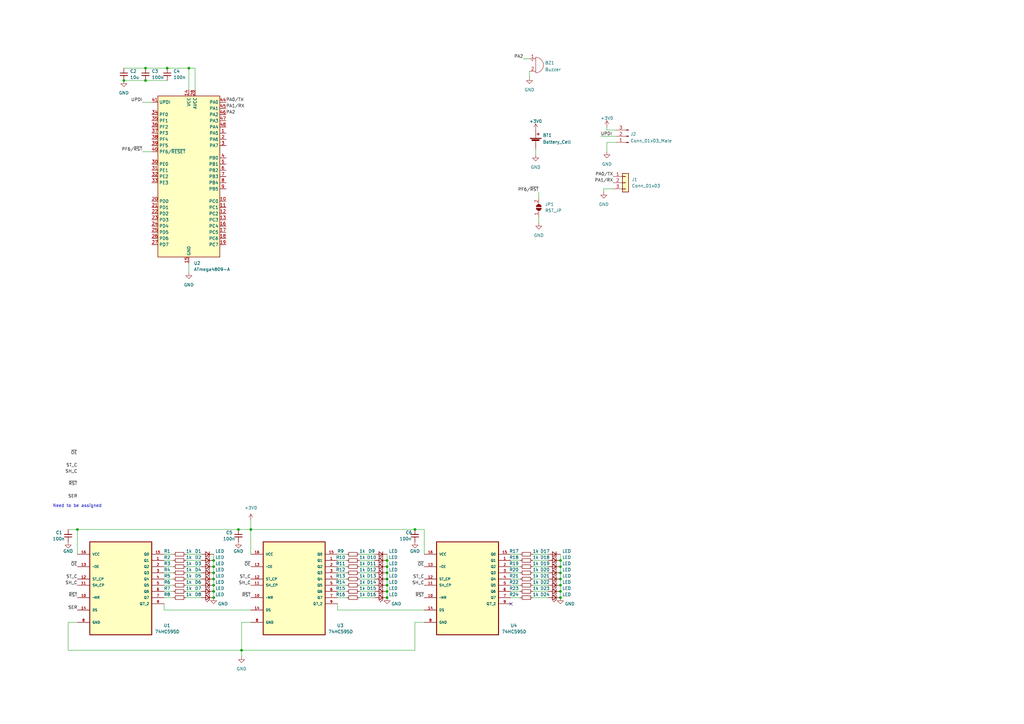
<source format=kicad_sch>
(kicad_sch (version 20211123) (generator eeschema)
  (paper "A3")
  (lib_symbols
    (symbol "74HC595D_118:74HC595D,118" (pin_names (offset 1.016))
      (property "Reference" "U" (at -5.088 17.9608 0))
      (property "Value" "74HC595D,118" (at -3.6324 -27.6115 0))
      (symbol "74HC595D,118_0_0"
        (rectangle (start -12.7 -22.86) (end 12.7 15.24) (stroke (width 0.4064)) (fill (type background)))
        (pin output line (at 17.78 7.62 180) (length 5.08) (name "Q1") (number "1"))
        (pin input line (at -17.78 -7.62 0) (length 5.08) (name "~MR") (number "10"))
        (pin input line (at -17.78 -2.54 0) (length 5.08) (name "SH_CP") (number "11"))
        (pin input line (at -17.78 0 0) (length 5.08) (name "ST_CP") (number "12"))
        (pin input line (at -17.78 5.08 0) (length 5.08) (name "~OE") (number "13"))
        (pin input line (at -17.78 -12.7 0) (length 5.08) (name "DS") (number "14"))
        (pin output line (at 17.78 10.16 180) (length 5.08) (name "Q0") (number "15"))
        (pin power_in line (at -17.78 10.16 0) (length 5.08) (name "VCC") (number "16"))
        (pin output line (at 17.78 5.08 180) (length 5.08) (name "Q2") (number "2"))
        (pin output line (at 17.78 2.54 180) (length 5.08) (name "Q3") (number "3"))
        (pin output line (at 17.78 0 180) (length 5.08) (name "Q4") (number "4"))
        (pin output line (at 17.78 -2.54 180) (length 5.08) (name "Q5") (number "5"))
        (pin output line (at 17.78 -5.08 180) (length 5.08) (name "Q6") (number "6"))
        (pin output line (at 17.78 -7.62 180) (length 5.08) (name "Q7") (number "7"))
        (pin passive line (at -17.78 -17.78 0) (length 5.08) (name "GND") (number "8"))
        (pin output line (at 17.78 -10.16 180) (length 5.08) (name "Q7_2") (number "9"))
      )
    )
    (symbol "Connector:Conn_01x03_Male" (pin_names (offset 1.016) hide)
      (property "Reference" "J" (at 0 5.08 0))
      (property "Value" "Conn_01x03_Male" (at 0 -5.08 0))
      (symbol "Conn_01x03_Male_1_1"
        (polyline (pts (xy 1.27 -2.54) (xy 0.8636 -2.54)) (stroke (width 0.1524)))
        (polyline (pts (xy 1.27 0) (xy 0.8636 0)) (stroke (width 0.1524)))
        (polyline (pts (xy 1.27 2.54) (xy 0.8636 2.54)) (stroke (width 0.1524)))
        (rectangle (start 0.8636 -2.413) (end 0 -2.667) (stroke (width 0.1524)) (fill (type outline)))
        (rectangle (start 0.8636 0.127) (end 0 -0.127) (stroke (width 0.1524)) (fill (type outline)))
        (rectangle (start 0.8636 2.667) (end 0 2.413) (stroke (width 0.1524)) (fill (type outline)))
        (pin passive line (at 5.08 2.54 180) (length 3.81) (name "Pin_1") (number "1"))
        (pin passive line (at 5.08 0 180) (length 3.81) (name "Pin_2") (number "2"))
        (pin passive line (at 5.08 -2.54 180) (length 3.81) (name "Pin_3") (number "3"))
      )
    )
    (symbol "Connector_Generic:Conn_01x03" (pin_names (offset 1.016) hide)
      (property "Reference" "J" (at 0 5.08 0))
      (property "Value" "Conn_01x03" (at 0 -5.08 0))
      (symbol "Conn_01x03_1_1"
        (rectangle (start -1.27 -2.413) (end 0 -2.667) (stroke (width 0.1524)))
        (rectangle (start -1.27 0.127) (end 0 -0.127) (stroke (width 0.1524)))
        (rectangle (start -1.27 2.667) (end 0 2.413) (stroke (width 0.1524)))
        (rectangle (start -1.27 3.81) (end 1.27 -3.81) (stroke (width 0.254)) (fill (type background)))
        (pin passive line (at -5.08 2.54 0) (length 3.81) (name "Pin_1") (number "1"))
        (pin passive line (at -5.08 0 0) (length 3.81) (name "Pin_2") (number "2"))
        (pin passive line (at -5.08 -2.54 0) (length 3.81) (name "Pin_3") (number "3"))
      )
    )
    (symbol "Device:Battery_Cell" (pin_numbers hide) (pin_names (offset 0) hide)
      (property "Reference" "BT" (at 2.54 2.54 0))
      (property "Value" "Battery_Cell" (at 2.54 0 0))
      (symbol "Battery_Cell_0_1"
        (rectangle (start -2.286 1.778) (end 2.286 1.524) (fill (type outline)))
        (rectangle (start -1.5748 1.1938) (end 1.4732 0.6858) (fill (type outline)))
        (polyline (pts (xy 0 0.762) (xy 0 0)))
        (polyline (pts (xy 0 1.778) (xy 0 2.54)))
        (polyline (pts (xy 0.508 3.429) (xy 1.524 3.429)) (stroke (width 0.254)))
        (polyline (pts (xy 1.016 3.937) (xy 1.016 2.921)) (stroke (width 0.254)))
      )
      (symbol "Battery_Cell_1_1"
        (pin passive line (at 0 5.08 270) (length 2.54) (name "+") (number "1"))
        (pin passive line (at 0 -2.54 90) (length 2.54) (name "-") (number "2"))
      )
    )
    (symbol "Device:Buzzer" (pin_names (offset 0.0254) hide)
      (property "Reference" "BZ" (at 3.81 1.27 0))
      (property "Value" "Buzzer" (at 3.81 -1.27 0))
      (symbol "Buzzer_0_1"
        (arc (start 0 -3.175) (mid 3.175 0) (end 0 3.175))
        (polyline (pts (xy -1.651 1.905) (xy -1.143 1.905)))
        (polyline (pts (xy -1.397 2.159) (xy -1.397 1.651)))
        (polyline (pts (xy 0 3.175) (xy 0 -3.175)))
      )
      (symbol "Buzzer_1_1"
        (pin passive line (at -2.54 2.54 0) (length 2.54) (name "-") (number "1"))
        (pin passive line (at -2.54 -2.54 0) (length 2.54) (name "+") (number "2"))
      )
    )
    (symbol "Device:C_Small" (pin_numbers hide) (pin_names (offset 0.254) hide)
      (property "Reference" "C" (at 0.254 1.778 0))
      (property "Value" "C_Small" (at 0.254 -2.032 0))
      (symbol "C_Small_0_1"
        (polyline (pts (xy -1.524 -0.508) (xy 1.524 -0.508)) (stroke (width 0.3302)))
        (polyline (pts (xy -1.524 0.508) (xy 1.524 0.508)) (stroke (width 0.3048)))
      )
      (symbol "C_Small_1_1"
        (pin passive line (at 0 2.54 270) (length 2.032) (name "~") (number "1"))
        (pin passive line (at 0 -2.54 90) (length 2.032) (name "~") (number "2"))
      )
    )
    (symbol "Device:LED_Small" (pin_numbers hide) (pin_names (offset 0.254) hide)
      (property "Reference" "D" (at -1.27 3.175 0))
      (property "Value" "LED_Small" (at -4.445 -2.54 0))
      (symbol "LED_Small_0_1"
        (polyline (pts (xy -0.762 -1.016) (xy -0.762 1.016)) (stroke (width 0.254)))
        (polyline (pts (xy 1.016 0) (xy -0.762 0)))
        (polyline (pts (xy 0.762 -1.016) (xy -0.762 0) (xy 0.762 1.016) (xy 0.762 -1.016)) (stroke (width 0.254)))
        (polyline (pts (xy 0 0.762) (xy -0.508 1.27) (xy -0.254 1.27) (xy -0.508 1.27) (xy -0.508 1.016)))
        (polyline (pts (xy 0.508 1.27) (xy 0 1.778) (xy 0.254 1.778) (xy 0 1.778) (xy 0 1.524)))
      )
      (symbol "LED_Small_1_1"
        (pin passive line (at -2.54 0 0) (length 1.778) (name "K") (number "1"))
        (pin passive line (at 2.54 0 180) (length 1.778) (name "A") (number "2"))
      )
    )
    (symbol "Device:R_Small" (pin_numbers hide) (pin_names (offset 0.254) hide)
      (property "Reference" "R" (at 0.762 0.508 0))
      (property "Value" "R_Small" (at 0.762 -1.016 0))
      (symbol "R_Small_0_1"
        (rectangle (start -0.762 1.778) (end 0.762 -1.778) (stroke (width 0.2032)))
      )
      (symbol "R_Small_1_1"
        (pin passive line (at 0 2.54 270) (length 0.762) (name "~") (number "1"))
        (pin passive line (at 0 -2.54 90) (length 0.762) (name "~") (number "2"))
      )
    )
    (symbol "Jumper:SolderJumper_2_Open" (pin_names (offset 0) hide)
      (property "Reference" "JP" (at 0 2.032 0))
      (property "Value" "SolderJumper_2_Open" (at 0 -2.54 0))
      (symbol "SolderJumper_2_Open_0_1"
        (arc (start -0.254 1.016) (mid -1.27 0) (end -0.254 -1.016))
        (arc (start -0.254 1.016) (mid -1.27 0) (end -0.254 -1.016) (fill (type outline)))
        (polyline (pts (xy -0.254 1.016) (xy -0.254 -1.016)))
        (polyline (pts (xy 0.254 1.016) (xy 0.254 -1.016)))
        (arc (start 0.254 -1.016) (mid 1.27 0) (end 0.254 1.016))
        (arc (start 0.254 -1.016) (mid 1.27 0) (end 0.254 1.016) (fill (type outline)))
      )
      (symbol "SolderJumper_2_Open_1_1"
        (pin passive line (at -3.81 0 0) (length 2.54) (name "A") (number "1"))
        (pin passive line (at 3.81 0 180) (length 2.54) (name "B") (number "2"))
      )
    )
    (symbol "MCU_Microchip_ATmega:ATmega4809-A"
      (property "Reference" "U" (at -12.7 34.29 0))
      (property "Value" "ATmega4809-A" (at 2.54 -34.29 0))
      (symbol "ATmega4809-A_0_1"
        (rectangle (start -12.7 -33.02) (end 12.7 33.02) (stroke (width 0.254)) (fill (type background)))
      )
      (symbol "ATmega4809-A_1_1"
        (pin bidirectional line (at 15.24 17.78 180) (length 2.54) (name "PA5") (number "1"))
        (pin bidirectional line (at 15.24 -10.16 180) (length 2.54) (name "PC0") (number "10"))
        (pin bidirectional line (at 15.24 -12.7 180) (length 2.54) (name "PC1") (number "11"))
        (pin bidirectional line (at 15.24 -15.24 180) (length 2.54) (name "PC2") (number "12"))
        (pin bidirectional line (at 15.24 -17.78 180) (length 2.54) (name "PC3") (number "13"))
        (pin power_in line (at 0 35.56 270) (length 2.54) (name "VCC") (number "14"))
        (pin power_in line (at 0 -35.56 90) (length 2.54) (name "GND") (number "15"))
        (pin bidirectional line (at 15.24 -20.32 180) (length 2.54) (name "PC4") (number "16"))
        (pin bidirectional line (at 15.24 -22.86 180) (length 2.54) (name "PC5") (number "17"))
        (pin bidirectional line (at 15.24 -25.4 180) (length 2.54) (name "PC6") (number "18"))
        (pin bidirectional line (at 15.24 -27.94 180) (length 2.54) (name "PC7") (number "19"))
        (pin bidirectional line (at 15.24 15.24 180) (length 2.54) (name "PA6") (number "2"))
        (pin bidirectional line (at -15.24 -10.16 0) (length 2.54) (name "PD0") (number "20"))
        (pin bidirectional line (at -15.24 -12.7 0) (length 2.54) (name "PD1") (number "21"))
        (pin bidirectional line (at -15.24 -15.24 0) (length 2.54) (name "PD2") (number "22"))
        (pin bidirectional line (at -15.24 -17.78 0) (length 2.54) (name "PD3") (number "23"))
        (pin bidirectional line (at -15.24 -20.32 0) (length 2.54) (name "PD4") (number "24"))
        (pin bidirectional line (at -15.24 -22.86 0) (length 2.54) (name "PD5") (number "25"))
        (pin bidirectional line (at -15.24 -25.4 0) (length 2.54) (name "PD6") (number "26"))
        (pin bidirectional line (at -15.24 -27.94 0) (length 2.54) (name "PD7") (number "27"))
        (pin power_in line (at 2.54 35.56 270) (length 2.54) (name "AVCC") (number "28"))
        (pin passive line (at 0 -35.56 90) (length 2.54) hide (name "GND") (number "29"))
        (pin bidirectional line (at 15.24 12.7 180) (length 2.54) (name "PA7") (number "3"))
        (pin bidirectional line (at -15.24 5.08 0) (length 2.54) (name "PE0") (number "30"))
        (pin bidirectional line (at -15.24 2.54 0) (length 2.54) (name "PE1") (number "31"))
        (pin bidirectional line (at -15.24 0 0) (length 2.54) (name "PE2") (number "32"))
        (pin bidirectional line (at -15.24 -2.54 0) (length 2.54) (name "PE3") (number "33"))
        (pin bidirectional line (at -15.24 25.4 0) (length 2.54) (name "PF0") (number "34"))
        (pin bidirectional line (at -15.24 22.86 0) (length 2.54) (name "PF1") (number "35"))
        (pin bidirectional line (at -15.24 20.32 0) (length 2.54) (name "PF2") (number "36"))
        (pin bidirectional line (at -15.24 17.78 0) (length 2.54) (name "PF3") (number "37"))
        (pin bidirectional line (at -15.24 15.24 0) (length 2.54) (name "PF4") (number "38"))
        (pin bidirectional line (at -15.24 12.7 0) (length 2.54) (name "PF5") (number "39"))
        (pin bidirectional line (at 15.24 7.62 180) (length 2.54) (name "PB0") (number "4"))
        (pin bidirectional line (at -15.24 10.16 0) (length 2.54) (name "PF6/~{RESET}") (number "40"))
        (pin bidirectional line (at -15.24 30.48 0) (length 2.54) (name "UPDI") (number "41"))
        (pin passive line (at 0 35.56 270) (length 2.54) hide (name "VCC") (number "42"))
        (pin passive line (at 0 -35.56 90) (length 2.54) hide (name "GND") (number "43"))
        (pin bidirectional line (at 15.24 30.48 180) (length 2.54) (name "PA0") (number "44"))
        (pin bidirectional line (at 15.24 27.94 180) (length 2.54) (name "PA1") (number "45"))
        (pin bidirectional line (at 15.24 25.4 180) (length 2.54) (name "PA2") (number "46"))
        (pin bidirectional line (at 15.24 22.86 180) (length 2.54) (name "PA3") (number "47"))
        (pin bidirectional line (at 15.24 20.32 180) (length 2.54) (name "PA4") (number "48"))
        (pin bidirectional line (at 15.24 5.08 180) (length 2.54) (name "PB1") (number "5"))
        (pin bidirectional line (at 15.24 2.54 180) (length 2.54) (name "PB2") (number "6"))
        (pin bidirectional line (at 15.24 0 180) (length 2.54) (name "PB3") (number "7"))
        (pin bidirectional line (at 15.24 -2.54 180) (length 2.54) (name "PB4") (number "8"))
        (pin bidirectional line (at 15.24 -5.08 180) (length 2.54) (name "PB5") (number "9"))
      )
    )
    (symbol "power:+3V0" (power) (pin_names (offset 0))
      (property "Value" "+3V0" (at 0 3.556 0))
      (symbol "+3V0_0_1"
        (polyline (pts (xy -0.762 1.27) (xy 0 2.54)))
        (polyline (pts (xy 0 0) (xy 0 2.54)))
        (polyline (pts (xy 0 2.54) (xy 0.762 1.27)))
      )
      (symbol "+3V0_1_1"
        (pin power_in line (at 0 0 90) (length 0) hide (name "+3V0") (number "1"))
      )
    )
    (symbol "power:GND" (power) (pin_names (offset 0))
      (property "Value" "GND" (at 0 -3.81 0))
      (symbol "GND_0_1"
        (polyline (pts (xy 0 0) (xy 0 -1.27) (xy 1.27 -1.27) (xy 0 -2.54) (xy -1.27 -1.27) (xy 0 -1.27)))
      )
      (symbol "GND_1_1"
        (pin power_in line (at 0 0 270) (length 0) hide (name "GND") (number "1"))
      )
    )
  )
  (junction (at 87.63 237.49))
  (junction (at 68.58 27.94))
  (junction (at 87.63 232.41))
  (junction (at 170.18 217.17))
  (junction (at 158.75 229.87))
  (junction (at 59.69 27.94))
  (junction (at 99.06 266.7))
  (junction (at 158.75 234.95))
  (junction (at 31.75 217.17))
  (junction (at 59.69 33.02))
  (junction (at 50.8 33.02))
  (junction (at 87.63 229.87))
  (junction (at 158.75 242.57))
  (junction (at 229.87 234.95))
  (junction (at 158.75 245.11))
  (junction (at 87.63 234.95))
  (junction (at 229.87 245.11))
  (junction (at 229.87 232.41))
  (junction (at 229.87 237.49))
  (junction (at 87.63 245.11))
  (junction (at 77.47 27.94))
  (junction (at 158.75 237.49))
  (junction (at 229.87 242.57))
  (junction (at 158.75 240.03))
  (junction (at 158.75 232.41))
  (junction (at 97.79 217.17))
  (junction (at 229.87 240.03))
  (junction (at 87.63 242.57))
  (junction (at 87.63 240.03))
  (junction (at 229.87 229.87))
  (junction (at 102.87 217.17))
  (no_connect (at 209.55 247.65))
  (wire (pts (xy 76.2 242.57) (xy 82.55 242.57)))
  (wire (pts (xy 218.44 227.33) (xy 224.79 227.33)))
  (wire (pts (xy 217.17 29.21) (xy 217.17 31.75)))
  (wire (pts (xy 77.47 36.83) (xy 77.47 27.94)))
  (wire (pts (xy 27.94 255.27) (xy 27.94 266.7)))
  (wire (pts (xy 170.18 255.27) (xy 170.18 266.7)))
  (wire (pts (xy 158.75 240.03) (xy 158.75 242.57)))
  (wire (pts (xy 138.43 227.33) (xy 142.24 227.33)))
  (wire (pts (xy 147.32 240.03) (xy 153.67 240.03)))
  (wire (pts (xy 87.63 234.95) (xy 87.63 237.49)))
  (wire (pts (xy 99.06 266.7) (xy 99.06 269.24)))
  (wire (pts (xy 99.06 255.27) (xy 99.06 266.7)))
  (wire (pts (xy 248.92 52.07) (xy 248.92 53.34)))
  (wire (pts (xy 158.75 234.95) (xy 158.75 237.49)))
  (wire (pts (xy 229.87 234.95) (xy 229.87 237.49)))
  (wire (pts (xy 147.32 245.11) (xy 153.67 245.11)))
  (wire (pts (xy 138.43 245.11) (xy 142.24 245.11)))
  (wire (pts (xy 67.31 229.87) (xy 71.12 229.87)))
  (wire (pts (xy 68.58 27.94) (xy 59.69 27.94)))
  (wire (pts (xy 218.44 229.87) (xy 224.79 229.87)))
  (wire (pts (xy 218.44 240.03) (xy 224.79 240.03)))
  (wire (pts (xy 158.75 242.57) (xy 158.75 245.11)))
  (wire (pts (xy 102.87 217.17) (xy 97.79 217.17)))
  (wire (pts (xy 147.32 227.33) (xy 153.67 227.33)))
  (wire (pts (xy 218.44 234.95) (xy 224.79 234.95)))
  (wire (pts (xy 77.47 27.94) (xy 68.58 27.94)))
  (wire (pts (xy 67.31 237.49) (xy 71.12 237.49)))
  (wire (pts (xy 76.2 237.49) (xy 82.55 237.49)))
  (wire (pts (xy 147.32 229.87) (xy 153.67 229.87)))
  (wire (pts (xy 87.63 227.33) (xy 87.63 229.87)))
  (wire (pts (xy 209.55 240.03) (xy 213.36 240.03)))
  (wire (pts (xy 99.06 266.7) (xy 170.18 266.7)))
  (wire (pts (xy 209.55 227.33) (xy 213.36 227.33)))
  (wire (pts (xy 87.63 237.49) (xy 87.63 240.03)))
  (wire (pts (xy 229.87 242.57) (xy 229.87 245.11)))
  (wire (pts (xy 158.75 227.33) (xy 158.75 229.87)))
  (wire (pts (xy 170.18 217.17) (xy 102.87 217.17)))
  (wire (pts (xy 209.55 245.11) (xy 213.36 245.11)))
  (wire (pts (xy 87.63 232.41) (xy 87.63 234.95)))
  (wire (pts (xy 173.99 255.27) (xy 170.18 255.27)))
  (wire (pts (xy 138.43 240.03) (xy 142.24 240.03)))
  (wire (pts (xy 67.31 234.95) (xy 71.12 234.95)))
  (wire (pts (xy 218.44 242.57) (xy 224.79 242.57)))
  (wire (pts (xy 67.31 250.19) (xy 67.31 247.65)))
  (wire (pts (xy 27.94 266.7) (xy 99.06 266.7)))
  (wire (pts (xy 220.98 88.9) (xy 220.98 91.44)))
  (wire (pts (xy 138.43 232.41) (xy 142.24 232.41)))
  (wire (pts (xy 76.2 245.11) (xy 82.55 245.11)))
  (wire (pts (xy 219.71 60.96) (xy 219.71 63.5)))
  (wire (pts (xy 248.92 58.42) (xy 248.92 62.23)))
  (wire (pts (xy 80.01 27.94) (xy 77.47 27.94)))
  (wire (pts (xy 58.42 41.91) (xy 62.23 41.91)))
  (wire (pts (xy 218.44 232.41) (xy 224.79 232.41)))
  (wire (pts (xy 50.8 33.02) (xy 59.69 33.02)))
  (wire (pts (xy 76.2 232.41) (xy 82.55 232.41)))
  (wire (pts (xy 229.87 237.49) (xy 229.87 240.03)))
  (wire (pts (xy 76.2 234.95) (xy 82.55 234.95)))
  (wire (pts (xy 138.43 242.57) (xy 142.24 242.57)))
  (wire (pts (xy 248.92 58.42) (xy 252.73 58.42)))
  (wire (pts (xy 173.99 217.17) (xy 170.18 217.17)))
  (wire (pts (xy 76.2 229.87) (xy 82.55 229.87)))
  (wire (pts (xy 31.75 217.17) (xy 31.75 227.33)))
  (wire (pts (xy 67.31 250.19) (xy 102.87 250.19)))
  (wire (pts (xy 67.31 245.11) (xy 71.12 245.11)))
  (wire (pts (xy 102.87 213.36) (xy 102.87 217.17)))
  (wire (pts (xy 138.43 250.19) (xy 173.99 250.19)))
  (wire (pts (xy 97.79 217.17) (xy 31.75 217.17)))
  (wire (pts (xy 246.38 55.88) (xy 252.73 55.88)))
  (wire (pts (xy 147.32 232.41) (xy 153.67 232.41)))
  (wire (pts (xy 138.43 247.65) (xy 138.43 250.19)))
  (wire (pts (xy 209.55 242.57) (xy 213.36 242.57)))
  (wire (pts (xy 76.2 240.03) (xy 82.55 240.03)))
  (wire (pts (xy 173.99 227.33) (xy 173.99 217.17)))
  (wire (pts (xy 229.87 227.33) (xy 229.87 229.87)))
  (wire (pts (xy 87.63 240.03) (xy 87.63 242.57)))
  (wire (pts (xy 80.01 36.83) (xy 80.01 27.94)))
  (wire (pts (xy 158.75 229.87) (xy 158.75 232.41)))
  (wire (pts (xy 102.87 217.17) (xy 102.87 227.33)))
  (wire (pts (xy 102.87 255.27) (xy 99.06 255.27)))
  (wire (pts (xy 59.69 33.02) (xy 68.58 33.02)))
  (wire (pts (xy 50.8 27.94) (xy 59.69 27.94)))
  (wire (pts (xy 229.87 240.03) (xy 229.87 242.57)))
  (wire (pts (xy 27.94 217.17) (xy 31.75 217.17)))
  (wire (pts (xy 67.31 242.57) (xy 71.12 242.57)))
  (wire (pts (xy 229.87 232.41) (xy 229.87 234.95)))
  (wire (pts (xy 209.55 232.41) (xy 213.36 232.41)))
  (wire (pts (xy 31.75 255.27) (xy 27.94 255.27)))
  (wire (pts (xy 251.46 77.47) (xy 247.65 77.47)))
  (wire (pts (xy 147.32 237.49) (xy 153.67 237.49)))
  (wire (pts (xy 209.55 229.87) (xy 213.36 229.87)))
  (wire (pts (xy 76.2 227.33) (xy 82.55 227.33)))
  (wire (pts (xy 220.98 78.74) (xy 220.98 81.28)))
  (wire (pts (xy 218.44 245.11) (xy 224.79 245.11)))
  (wire (pts (xy 247.65 77.47) (xy 247.65 78.74)))
  (wire (pts (xy 218.44 237.49) (xy 224.79 237.49)))
  (wire (pts (xy 87.63 242.57) (xy 87.63 245.11)))
  (wire (pts (xy 138.43 234.95) (xy 142.24 234.95)))
  (wire (pts (xy 67.31 227.33) (xy 71.12 227.33)))
  (wire (pts (xy 229.87 229.87) (xy 229.87 232.41)))
  (wire (pts (xy 147.32 234.95) (xy 153.67 234.95)))
  (wire (pts (xy 138.43 237.49) (xy 142.24 237.49)))
  (wire (pts (xy 87.63 229.87) (xy 87.63 232.41)))
  (wire (pts (xy 158.75 237.49) (xy 158.75 240.03)))
  (wire (pts (xy 77.47 107.95) (xy 77.47 111.76)))
  (wire (pts (xy 209.55 237.49) (xy 213.36 237.49)))
  (wire (pts (xy 248.92 53.34) (xy 252.73 53.34)))
  (wire (pts (xy 147.32 242.57) (xy 153.67 242.57)))
  (wire (pts (xy 209.55 234.95) (xy 213.36 234.95)))
  (wire (pts (xy 214.63 24.13) (xy 217.17 24.13)))
  (wire (pts (xy 138.43 229.87) (xy 142.24 229.87)))
  (wire (pts (xy 67.31 232.41) (xy 71.12 232.41)))
  (wire (pts (xy 58.42 62.23) (xy 62.23 62.23)))
  (wire (pts (xy 67.31 240.03) (xy 71.12 240.03)))
  (wire (pts (xy 158.75 232.41) (xy 158.75 234.95)))
  (text "Need to be assigned\n" (at 21.59 208.28 0) (effects (font (size 1.27 1.27)) (justify left bottom)))
  (label "PA0{slash}TX" (at 251.46 72.39 180))
  (label "PF6{slash}~{RST}" (at 220.98 78.74 180))
  (label "ST_C" (at 102.87 237.49 180))
  (label "PA0{slash}TX" (at 92.71 41.91 0))
  (label "SH_C" (at 173.99 240.03 180))
  (label "SER" (at 31.75 250.19 180))
  (label "SH_C" (at 102.87 240.03 180))
  (label "PA2" (at 92.71 46.99 0))
  (label "SER" (at 31.75 204.47 180))
  (label "UPDI" (at 58.42 41.91 180))
  (label "ST_C" (at 31.75 237.49 180))
  (label "PA1{slash}RX" (at 92.71 44.45 0))
  (label "~{RST}" (at 31.75 199.39 180))
  (label "~{OE}" (at 102.87 232.41 180))
  (label "SH_C" (at 31.75 194.31 180))
  (label "PF6{slash}~{RST}" (at 58.42 62.23 180))
  (label "~{RST}" (at 173.99 245.11 180))
  (label "SH_C" (at 31.75 240.03 180))
  (label "ST_C" (at 31.75 191.77 180))
  (label "~{OE}" (at 31.75 232.41 180))
  (label "ST_C" (at 173.99 237.49 180))
  (label "PA2" (at 214.63 24.13 180))
  (label "~{OE}" (at 31.75 186.69 180))
  (label "~{RST}" (at 31.75 245.11 180))
  (label "PA1{slash}RX" (at 251.46 74.93 180))
  (label "~{RST}" (at 102.87 245.11 180))
  (label "UPDI" (at 246.38 55.88 0))
  (label "~{OE}" (at 173.99 232.41 180))
  (symbol (lib_id "Device:R_Small") (at 73.66 240.03 90) (unit 1)
    (property "Reference" "R6" (at 68.58 238.76 90))
    (property "Value" "1k" (at 77.47 238.76 90))
    (property "Footprint" "Resistor_SMD:R_0603_1608Metric" (effects hide))
  )
  (symbol (lib_id "Device:R_Small") (at 144.78 237.49 90) (unit 1)
    (property "Reference" "R13" (at 139.7 236.22 90))
    (property "Value" "1k" (at 148.59 236.22 90))
    (property "Footprint" "Resistor_SMD:R_0603_1608Metric" (effects hide))
  )
  (symbol (lib_id "power:GND") (at 97.79 222.25 0) (unit 1)
    (property "Reference" "#PWR06" (effects hide))
    (property "Value" "GND" (at 97.79 226.06 0))
  )
  (symbol (lib_id "Device:LED_Small") (at 156.21 237.49 180) (unit 1)
    (property "Reference" "D13" (at 152.4 236.22 0))
    (property "Value" "LED" (at 161.29 236.22 0))
    (property "Footprint" "LED_SMD:LED_0603_1608Metric" (effects hide))
  )
  (symbol (lib_id "Device:LED_Small") (at 156.21 227.33 180) (unit 1)
    (property "Reference" "D9" (at 152.4 226.06 0))
    (property "Value" "LED" (at 161.29 226.06 0))
    (property "Footprint" "LED_SMD:LED_0603_1608Metric" (effects hide))
  )
  (symbol (lib_id "power:+3V0") (at 248.92 52.07 0) (unit 1)
    (property "Reference" "#PWR016" (effects hide))
    (property "Value" "+3V0" (at 248.92 48.4655 0))
  )
  (symbol (lib_id "74HC595D_118:74HC595D,118") (at 49.53 237.49 0) (unit 1)
    (property "Reference" "U1" (at 69.85 256.54 0) (effects (justify right)))
    (property "Value" "74HC595D" (at 73.66 259.08 0) (effects (justify right)))
    (property "Footprint" "xmasLib:SOIC127P600X175-16N" (effects hide))
    (property "OC_FARNELL" "1826845" (effects hide))
    (property "SUPPLIER" "NXP Semiconductors" (effects hide))
    (property "OC_NEWARK" "78R6262" (effects hide))
    (property "PACKAGE" "SOIC-16" (effects hide))
    (property "MPN" "74HC595D,118" (effects hide))
  )
  (symbol (lib_id "Device:R_Small") (at 215.9 237.49 90) (unit 1)
    (property "Reference" "R21" (at 210.82 236.22 90))
    (property "Value" "1k" (at 219.71 236.22 90))
    (property "Footprint" "Resistor_SMD:R_0603_1608Metric" (effects hide))
  )
  (symbol (lib_id "power:GND") (at 158.75 245.11 0) (unit 1)
    (property "Reference" "#PWR09" (effects hide))
    (property "Value" "GND" (at 162.56 247.65 0))
  )
  (symbol (lib_id "power:GND") (at 229.87 245.11 0) (unit 1)
    (property "Reference" "#PWR014" (effects hide))
    (property "Value" "GND" (at 233.68 247.65 0))
  )
  (symbol (lib_id "Device:LED_Small") (at 85.09 229.87 180) (unit 1)
    (property "Reference" "D2" (at 81.28 228.6 0))
    (property "Value" "LED" (at 90.17 228.6 0))
    (property "Footprint" "LED_SMD:LED_0603_1608Metric" (effects hide))
  )
  (symbol (lib_id "Device:LED_Small") (at 156.21 234.95 180) (unit 1)
    (property "Reference" "D12" (at 152.4 233.68 0))
    (property "Value" "LED" (at 161.29 233.68 0))
    (property "Footprint" "LED_SMD:LED_0603_1608Metric" (effects hide))
  )
  (symbol (lib_id "Device:R_Small") (at 73.66 237.49 90) (unit 1)
    (property "Reference" "R5" (at 68.58 236.22 90))
    (property "Value" "1k" (at 77.47 236.22 90))
    (property "Footprint" "Resistor_SMD:R_0603_1608Metric" (effects hide))
  )
  (symbol (lib_id "Device:LED_Small") (at 156.21 245.11 180) (unit 1)
    (property "Reference" "D16" (at 152.4 243.84 0))
    (property "Value" "LED" (at 161.29 243.84 0))
    (property "Footprint" "LED_SMD:LED_0603_1608Metric" (effects hide))
  )
  (symbol (lib_id "Device:R_Small") (at 73.66 229.87 90) (unit 1)
    (property "Reference" "R2" (at 68.58 228.6 90))
    (property "Value" "1k" (at 77.47 228.6 90))
    (property "Footprint" "Resistor_SMD:R_0603_1608Metric" (effects hide))
  )
  (symbol (lib_id "Device:R_Small") (at 73.66 245.11 90) (unit 1)
    (property "Reference" "R8" (at 68.58 243.84 90))
    (property "Value" "1k" (at 77.47 243.84 90))
    (property "Footprint" "Resistor_SMD:R_0603_1608Metric" (effects hide))
  )
  (symbol (lib_id "MCU_Microchip_ATmega:ATmega4809-A") (at 77.47 72.39 0) (unit 1)
    (property "Reference" "U2" (at 79.4894 107.95 0) (effects (justify left)))
    (property "Value" "ATmega4809-A" (at 79.4894 110.49 0) (effects (justify left)))
    (property "Footprint" "Package_QFP:TQFP-48_7x7mm_P0.5mm" (effects hide))
    (property "Datasheet" "http://ww1.microchip.com/downloads/en/DeviceDoc/40002016A.pdf" (effects hide))
  )
  (symbol (lib_id "power:GND") (at 247.65 78.74 0) (unit 1)
    (property "Reference" "#PWR015" (effects hide))
    (property "Value" "GND" (at 247.65 83.82 0))
  )
  (symbol (lib_id "Device:LED_Small") (at 85.09 245.11 180) (unit 1)
    (property "Reference" "D8" (at 81.28 243.84 0))
    (property "Value" "LED" (at 90.17 243.84 0))
    (property "Footprint" "LED_SMD:LED_0603_1608Metric" (effects hide))
  )
  (symbol (lib_id "Device:R_Small") (at 73.66 232.41 90) (unit 1)
    (property "Reference" "R3" (at 68.58 231.14 90))
    (property "Value" "1k" (at 77.47 231.14 90))
    (property "Footprint" "Resistor_SMD:R_0603_1608Metric" (effects hide))
  )
  (symbol (lib_id "power:GND") (at 99.06 269.24 0) (unit 1)
    (property "Reference" "#PWR07" (effects hide))
    (property "Value" "GND" (at 99.06 274.32 0))
  )
  (symbol (lib_id "power:GND") (at 248.92 62.23 0) (unit 1)
    (property "Reference" "#PWR017" (effects hide))
    (property "Value" "GND" (at 248.92 67.31 0))
  )
  (symbol (lib_id "Device:R_Small") (at 144.78 242.57 90) (unit 1)
    (property "Reference" "R15" (at 139.7 241.3 90))
    (property "Value" "1k" (at 148.59 241.3 90))
    (property "Footprint" "Resistor_SMD:R_0603_1608Metric" (effects hide))
  )
  (symbol (lib_id "Device:LED_Small") (at 85.09 232.41 180) (unit 1)
    (property "Reference" "D3" (at 81.28 231.14 0))
    (property "Value" "LED" (at 90.17 231.14 0))
    (property "Footprint" "LED_SMD:LED_0603_1608Metric" (effects hide))
  )
  (symbol (lib_id "Device:R_Small") (at 144.78 229.87 90) (unit 1)
    (property "Reference" "R10" (at 139.7 228.6 90))
    (property "Value" "1k" (at 148.59 228.6 90))
    (property "Footprint" "Resistor_SMD:R_0603_1608Metric" (effects hide))
  )
  (symbol (lib_id "Device:LED_Small") (at 227.33 227.33 180) (unit 1)
    (property "Reference" "D17" (at 223.52 226.06 0))
    (property "Value" "LED" (at 232.41 226.06 0))
    (property "Footprint" "LED_SMD:LED_0603_1608Metric" (effects hide))
  )
  (symbol (lib_id "Device:R_Small") (at 73.66 234.95 90) (unit 1)
    (property "Reference" "R4" (at 68.58 233.68 90))
    (property "Value" "1k" (at 77.47 233.68 90))
    (property "Footprint" "Resistor_SMD:R_0603_1608Metric" (effects hide))
  )
  (symbol (lib_id "Device:C_Small") (at 27.94 219.71 180) (unit 1)
    (property "Reference" "C1" (at 22.86 218.44 0) (effects (justify right)))
    (property "Value" "100n" (at 21.59 220.98 0) (effects (justify right)))
    (property "Footprint" "Capacitor_SMD:C_0603_1608Metric" (effects hide))
  )
  (symbol (lib_id "power:+3V0") (at 102.87 213.36 0) (unit 1)
    (property "Reference" "#PWR08" (effects hide))
    (property "Value" "+3V0" (at 102.87 208.28 0))
  )
  (symbol (lib_id "Device:R_Small") (at 215.9 234.95 90) (unit 1)
    (property "Reference" "R20" (at 210.82 233.68 90))
    (property "Value" "1k" (at 219.71 233.68 90))
    (property "Footprint" "Resistor_SMD:R_0603_1608Metric" (effects hide))
  )
  (symbol (lib_id "Device:C_Small") (at 59.69 30.48 0) (unit 1)
    (property "Reference" "C3" (at 62.23 29.2162 0) (effects (justify left)))
    (property "Value" "100n" (at 62.23 31.7562 0) (effects (justify left)))
    (property "Footprint" "Capacitor_SMD:C_0603_1608Metric" (effects hide))
  )
  (symbol (lib_id "Device:R_Small") (at 144.78 227.33 90) (unit 1)
    (property "Reference" "R9" (at 139.7 226.06 90))
    (property "Value" "1k" (at 148.59 226.06 90))
    (property "Footprint" "Resistor_SMD:R_0603_1608Metric" (effects hide))
  )
  (symbol (lib_id "Device:LED_Small") (at 227.33 232.41 180) (unit 1)
    (property "Reference" "D19" (at 223.52 231.14 0))
    (property "Value" "LED" (at 232.41 231.14 0))
    (property "Footprint" "LED_SMD:LED_0603_1608Metric" (effects hide))
  )
  (symbol (lib_id "Device:LED_Small") (at 85.09 242.57 180) (unit 1)
    (property "Reference" "D7" (at 81.28 241.3 0))
    (property "Value" "LED" (at 90.17 241.3 0))
    (property "Footprint" "LED_SMD:LED_0603_1608Metric" (effects hide))
  )
  (symbol (lib_id "power:GND") (at 87.63 245.11 0) (unit 1)
    (property "Reference" "#PWR05" (effects hide))
    (property "Value" "GND" (at 91.44 247.65 0))
  )
  (symbol (lib_id "Device:LED_Small") (at 227.33 234.95 180) (unit 1)
    (property "Reference" "D20" (at 223.52 233.68 0))
    (property "Value" "LED" (at 232.41 233.68 0))
    (property "Footprint" "LED_SMD:LED_0603_1608Metric" (effects hide))
  )
  (symbol (lib_id "power:GND") (at 217.17 31.75 0) (unit 1)
    (property "Reference" "#PWR011" (effects hide))
    (property "Value" "GND" (at 217.17 36.83 0))
  )
  (symbol (lib_id "power:GND") (at 27.94 222.25 0) (unit 1)
    (property "Reference" "#PWR02" (effects hide))
    (property "Value" "GND" (at 27.94 226.06 0))
  )
  (symbol (lib_id "Device:LED_Small") (at 227.33 229.87 180) (unit 1)
    (property "Reference" "D18" (at 223.52 228.6 0))
    (property "Value" "LED" (at 232.41 228.6 0))
    (property "Footprint" "LED_SMD:LED_0603_1608Metric" (effects hide))
  )
  (symbol (lib_id "Device:R_Small") (at 144.78 245.11 90) (unit 1)
    (property "Reference" "R16" (at 139.7 243.84 90))
    (property "Value" "1k" (at 148.59 243.84 90))
    (property "Footprint" "Resistor_SMD:R_0603_1608Metric" (effects hide))
  )
  (symbol (lib_id "Device:R_Small") (at 215.9 227.33 90) (unit 1)
    (property "Reference" "R17" (at 210.82 226.06 90))
    (property "Value" "1k" (at 219.71 226.06 90))
    (property "Footprint" "Resistor_SMD:R_0603_1608Metric" (effects hide))
  )
  (symbol (lib_id "Jumper:SolderJumper_2_Open") (at 220.98 85.09 90) (unit 1)
    (property "Reference" "JP1" (at 223.52 83.8199 90) (effects (justify right)))
    (property "Value" "RST_JP" (at 223.52 86.3599 90) (effects (justify right)))
    (property "Footprint" "Jumper:SolderJumper-2_P1.3mm_Open_RoundedPad1.0x1.5mm" (effects hide))
  )
  (symbol (lib_id "power:GND") (at 220.98 91.44 0) (unit 1)
    (property "Reference" "#PWR013" (effects hide))
    (property "Value" "GND" (at 220.98 96.52 0))
  )
  (symbol (lib_id "74HC595D_118:74HC595D,118") (at 120.65 237.49 0) (unit 1)
    (property "Reference" "U3" (at 140.97 256.54 0) (effects (justify right)))
    (property "Value" "74HC595D" (at 144.78 259.08 0) (effects (justify right)))
    (property "Footprint" "xmasLib:SOIC127P600X175-16N" (effects hide))
    (property "OC_FARNELL" "1826845" (effects hide))
    (property "SUPPLIER" "NXP Semiconductors" (effects hide))
    (property "OC_NEWARK" "78R6262" (effects hide))
    (property "PACKAGE" "SOIC-16" (effects hide))
    (property "MPN" "74HC595D,118" (effects hide))
  )
  (symbol (lib_id "Device:LED_Small") (at 85.09 237.49 180) (unit 1)
    (property "Reference" "D5" (at 81.28 236.22 0))
    (property "Value" "LED" (at 90.17 236.22 0))
    (property "Footprint" "LED_SMD:LED_0603_1608Metric" (effects hide))
  )
  (symbol (lib_id "Device:R_Small") (at 215.9 240.03 90) (unit 1)
    (property "Reference" "R22" (at 210.82 238.76 90))
    (property "Value" "1k" (at 219.71 238.76 90))
    (property "Footprint" "Resistor_SMD:R_0603_1608Metric" (effects hide))
  )
  (symbol (lib_id "power:GND") (at 77.47 111.76 0) (unit 1)
    (property "Reference" "#PWR04" (effects hide))
    (property "Value" "GND" (at 77.47 116.84 0))
  )
  (symbol (lib_id "Device:LED_Small") (at 227.33 237.49 180) (unit 1)
    (property "Reference" "D21" (at 223.52 236.22 0))
    (property "Value" "LED" (at 232.41 236.22 0))
    (property "Footprint" "LED_SMD:LED_0603_1608Metric" (effects hide))
  )
  (symbol (lib_id "Device:LED_Small") (at 227.33 240.03 180) (unit 1)
    (property "Reference" "D22" (at 223.52 238.76 0))
    (property "Value" "LED" (at 232.41 238.76 0))
    (property "Footprint" "LED_SMD:LED_0603_1608Metric" (effects hide))
  )
  (symbol (lib_id "Device:LED_Small") (at 156.21 229.87 180) (unit 1)
    (property "Reference" "D10" (at 152.4 228.6 0))
    (property "Value" "LED" (at 161.29 228.6 0))
    (property "Footprint" "LED_SMD:LED_0603_1608Metric" (effects hide))
  )
  (symbol (lib_id "Device:R_Small") (at 144.78 232.41 90) (unit 1)
    (property "Reference" "R11" (at 139.7 231.14 90))
    (property "Value" "1k" (at 148.59 231.14 90))
    (property "Footprint" "Resistor_SMD:R_0603_1608Metric" (effects hide))
  )
  (symbol (lib_id "Device:R_Small") (at 215.9 245.11 90) (unit 1)
    (property "Reference" "R24" (at 210.82 243.84 90))
    (property "Value" "1k" (at 219.71 243.84 90))
    (property "Footprint" "Resistor_SMD:R_0603_1608Metric" (effects hide))
  )
  (symbol (lib_id "power:GND") (at 50.8 33.02 0) (unit 1)
    (property "Reference" "#PWR03" (effects hide))
    (property "Value" "GND" (at 50.8 38.1 0))
  )
  (symbol (lib_id "Device:C_Small") (at 50.8 30.48 0) (unit 1)
    (property "Reference" "C2" (at 53.34 29.2162 0) (effects (justify left)))
    (property "Value" "10u" (at 53.34 31.7562 0) (effects (justify left)))
    (property "Footprint" "Capacitor_SMD:C_0603_1608Metric" (effects hide))
  )
  (symbol (lib_id "Device:LED_Small") (at 85.09 227.33 180) (unit 1)
    (property "Reference" "D1" (at 81.28 226.06 0))
    (property "Value" "LED" (at 90.17 226.06 0))
    (property "Footprint" "LED_SMD:LED_0603_1608Metric" (effects hide))
  )
  (symbol (lib_id "Device:C_Small") (at 97.79 219.71 0) (unit 1)
    (property "Reference" "C5" (at 92.71 218.44 0) (effects (justify left)))
    (property "Value" "100n" (at 91.44 220.98 0) (effects (justify left)))
    (property "Footprint" "Capacitor_SMD:C_0603_1608Metric" (effects hide))
  )
  (symbol (lib_id "Device:R_Small") (at 73.66 227.33 90) (unit 1)
    (property "Reference" "R1" (at 68.58 226.06 90))
    (property "Value" "1k" (at 77.47 226.06 90))
    (property "Footprint" "Resistor_SMD:R_0603_1608Metric" (effects hide))
  )
  (symbol (lib_id "Device:LED_Small") (at 156.21 240.03 180) (unit 1)
    (property "Reference" "D14" (at 152.4 238.76 0))
    (property "Value" "LED" (at 161.29 238.76 0))
    (property "Footprint" "LED_SMD:LED_0603_1608Metric" (effects hide))
  )
  (symbol (lib_id "Device:R_Small") (at 215.9 242.57 90) (unit 1)
    (property "Reference" "R23" (at 210.82 241.3 90))
    (property "Value" "1k" (at 219.71 241.3 90))
    (property "Footprint" "Resistor_SMD:R_0603_1608Metric" (effects hide))
  )
  (symbol (lib_id "Connector_Generic:Conn_01x03") (at 256.54 74.93 0) (unit 1)
    (property "Reference" "J1" (at 259.08 73.6599 0) (effects (justify left)))
    (property "Value" "Conn_01x03" (at 259.08 76.1999 0) (effects (justify left)))
    (property "Footprint" "Connector_PinHeader_2.54mm:PinHeader_1x03_P2.54mm_Vertical" (effects hide))
  )
  (symbol (lib_id "Device:R_Small") (at 144.78 234.95 90) (unit 1)
    (property "Reference" "R12" (at 139.7 233.68 90))
    (property "Value" "1k" (at 148.59 233.68 90))
    (property "Footprint" "Resistor_SMD:R_0603_1608Metric" (effects hide))
  )
  (symbol (lib_id "power:GND") (at 170.18 222.25 0) (unit 1)
    (property "Reference" "#PWR010" (effects hide))
    (property "Value" "GND" (at 170.18 226.06 0))
  )
  (symbol (lib_id "power:GND") (at 219.71 63.5 0) (unit 1)
    (property "Reference" "#PWR012" (effects hide))
    (property "Value" "GND" (at 219.71 68.58 0))
  )
  (symbol (lib_id "power:+3V0") (at 219.71 53.34 0) (unit 1)
    (property "Reference" "#PWR01" (effects hide))
    (property "Value" "+3V0" (at 219.71 49.7355 0))
  )
  (symbol (lib_id "Device:LED_Small") (at 85.09 234.95 180) (unit 1)
    (property "Reference" "D4" (at 81.28 233.68 0))
    (property "Value" "LED" (at 90.17 233.68 0))
    (property "Footprint" "LED_SMD:LED_0603_1608Metric" (effects hide))
  )
  (symbol (lib_id "Device:C_Small") (at 170.18 219.71 180) (unit 1)
    (property "Reference" "C6" (at 166.37 218.44 0) (effects (justify right)))
    (property "Value" "100n" (at 163.83 220.98 0) (effects (justify right)))
    (property "Footprint" "Capacitor_SMD:C_0603_1608Metric" (effects hide))
  )
  (symbol (lib_id "Device:Battery_Cell") (at 219.71 58.42 0) (unit 1)
    (property "Reference" "BT1" (at 222.631 55.4795 0) (effects (justify left)))
    (property "Value" "Battery_Cell" (at 222.631 58.2546 0) (effects (justify left)))
    (property "Footprint" "xmasLib:BAT-HLD-001" (effects hide))
  )
  (symbol (lib_id "Device:LED_Small") (at 227.33 245.11 180) (unit 1)
    (property "Reference" "D24" (at 223.52 243.84 0))
    (property "Value" "LED" (at 232.41 243.84 0))
    (property "Footprint" "LED_SMD:LED_0603_1608Metric" (effects hide))
  )
  (symbol (lib_id "Device:LED_Small") (at 156.21 232.41 180) (unit 1)
    (property "Reference" "D11" (at 152.4 231.14 0))
    (property "Value" "LED" (at 161.29 231.14 0))
    (property "Footprint" "LED_SMD:LED_0603_1608Metric" (effects hide))
  )
  (symbol (lib_id "Device:LED_Small") (at 85.09 240.03 180) (unit 1)
    (property "Reference" "D6" (at 81.28 238.76 0))
    (property "Value" "LED" (at 90.17 238.76 0))
    (property "Footprint" "LED_SMD:LED_0603_1608Metric" (effects hide))
  )
  (symbol (lib_id "Device:R_Small") (at 215.9 229.87 90) (unit 1)
    (property "Reference" "R18" (at 210.82 228.6 90))
    (property "Value" "1k" (at 219.71 228.6 90))
    (property "Footprint" "Resistor_SMD:R_0603_1608Metric" (effects hide))
  )
  (symbol (lib_id "Device:R_Small") (at 215.9 232.41 90) (unit 1)
    (property "Reference" "R19" (at 210.82 231.14 90))
    (property "Value" "1k" (at 219.71 231.14 90))
    (property "Footprint" "Resistor_SMD:R_0603_1608Metric" (effects hide))
  )
  (symbol (lib_id "Device:Buzzer") (at 219.71 26.67 0) (unit 1)
    (property "Reference" "BZ1" (at 223.52 25.7615 0) (effects (justify left)))
    (property "Value" "Buzzer" (at 223.52 28.5366 0) (effects (justify left)))
    (property "Footprint" "xmasLib:CPT-1117-BUZZ" (effects hide))
  )
  (symbol (lib_id "Device:C_Small") (at 68.58 30.48 0) (unit 1)
    (property "Reference" "C4" (at 71.12 29.2162 0) (effects (justify left)))
    (property "Value" "100n" (at 71.12 31.7562 0) (effects (justify left)))
    (property "Footprint" "Capacitor_SMD:C_0603_1608Metric" (effects hide))
  )
  (symbol (lib_id "Device:R_Small") (at 144.78 240.03 90) (unit 1)
    (property "Reference" "R14" (at 139.7 238.76 90))
    (property "Value" "1k" (at 148.59 238.76 90))
    (property "Footprint" "Resistor_SMD:R_0603_1608Metric" (effects hide))
  )
  (symbol (lib_id "Device:R_Small") (at 73.66 242.57 90) (unit 1)
    (property "Reference" "R7" (at 68.58 241.3 90))
    (property "Value" "1k" (at 77.47 241.3 90))
    (property "Footprint" "Resistor_SMD:R_0603_1608Metric" (effects hide))
  )
  (symbol (lib_id "Device:LED_Small") (at 156.21 242.57 180) (unit 1)
    (property "Reference" "D15" (at 152.4 241.3 0))
    (property "Value" "LED" (at 161.29 241.3 0))
    (property "Footprint" "LED_SMD:LED_0603_1608Metric" (effects hide))
  )
  (symbol (lib_id "Connector:Conn_01x03_Male") (at 257.81 55.88 180) (unit 1)
    (property "Reference" "J2" (at 258.5212 54.9715 0) (effects (justify right)))
    (property "Value" "Conn_01x03_Male" (at 258.5212 57.7466 0) (effects (justify right)))
    (property "Footprint" "Connector_PinHeader_2.54mm:PinHeader_1x03_P2.54mm_Vertical" (effects hide))
  )
  (symbol (lib_id "Device:LED_Small") (at 227.33 242.57 180) (unit 1)
    (property "Reference" "D23" (at 223.52 241.3 0))
    (property "Value" "LED" (at 232.41 241.3 0))
    (property "Footprint" "LED_SMD:LED_0603_1608Metric" (effects hide))
  )
  (symbol (lib_id "74HC595D_118:74HC595D,118") (at 191.77 237.49 0) (unit 1)
    (property "Reference" "U4" (at 212.09 256.54 0) (effects (justify right)))
    (property "Value" "74HC595D" (at 215.9 259.08 0) (effects (justify right)))
    (property "Footprint" "xmasLib:SOIC127P600X175-16N" (effects hide))
    (property "OC_FARNELL" "1826845" (effects hide))
    (property "SUPPLIER" "NXP Semiconductors" (effects hide))
    (property "OC_NEWARK" "78R6262" (effects hide))
    (property "PACKAGE" "SOIC-16" (effects hide))
    (property "MPN" "74HC595D,118" (effects hide))
  )
)
</source>
